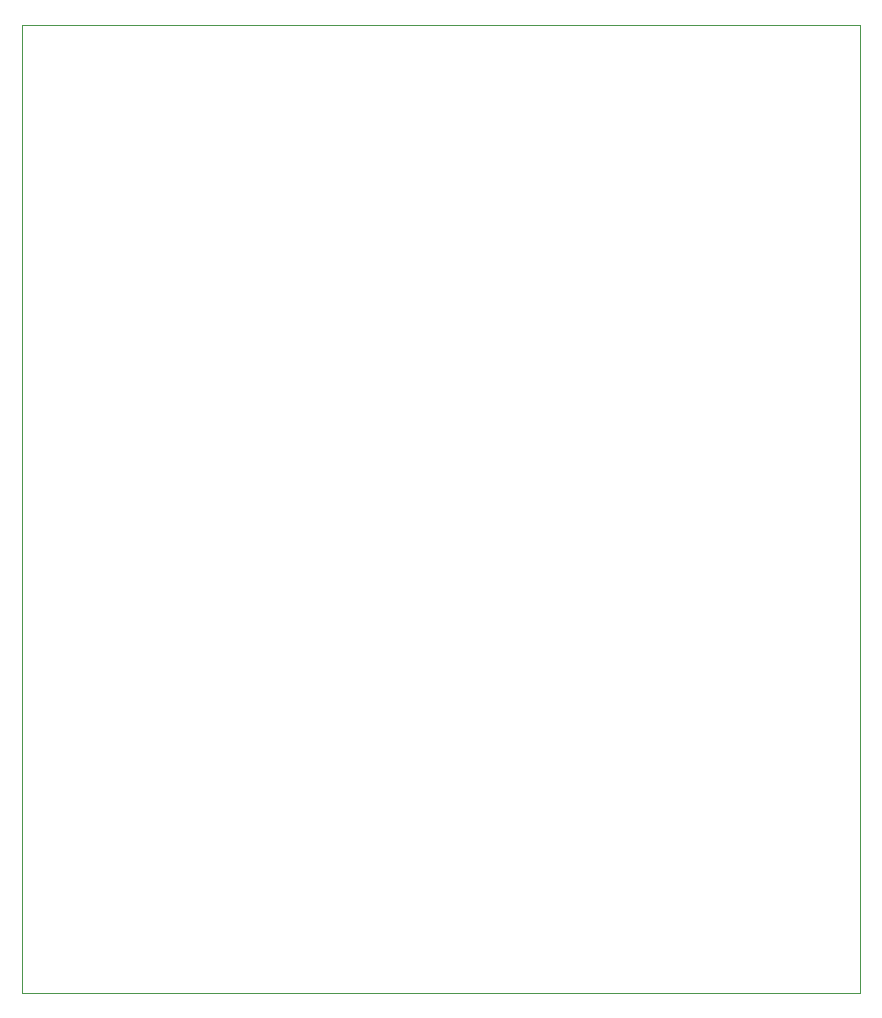
<source format=gm1>
G04 #@! TF.FileFunction,Profile,NP*
%FSLAX46Y46*%
G04 Gerber Fmt 4.6, Leading zero omitted, Abs format (unit mm)*
G04 Created by KiCad (PCBNEW 4.0.7-e2-6376~58~ubuntu14.04.1) date Mon Jan  1 12:03:23 2018*
%MOMM*%
%LPD*%
G01*
G04 APERTURE LIST*
%ADD10C,0.100000*%
G04 APERTURE END LIST*
D10*
X142000000Y-39000000D02*
X142000000Y-121000000D01*
X71000000Y-39000000D02*
X142000000Y-39000000D01*
X71000000Y-121000000D02*
X71000000Y-39000000D01*
X142000000Y-121000000D02*
X71000000Y-121000000D01*
M02*

</source>
